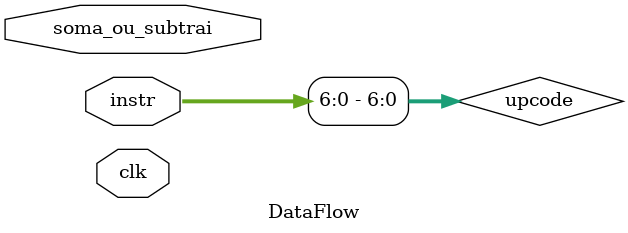
<source format=v>
module DataFlow(clk, instr, soma_ou_subtrai);

parameter I = 0, J = 1, U = 2, B = 3, S = 4;
parameter nao = 0, soma = 1, subrtrai = 2;

input clk;


/* Banco Registradores */
wire [4:0] Ra, Rb, Rw;
wire WeR;
wire [63:0] dinR, douta, doutb;

/* Conversor */
wire [2:0] select_imm_conv;
wire [63:0] imm_conv;


/* ULA */
wire [63:0] imm_ula;
input [1:0] soma_ou_subtrai;
wire [63:0] doutULA;
wire usa_imm_ula;
wire flag_maior_igual_u, flag_menor, flag_igual;

/* instrucoes */
input [31:0] instr;
wire [2:0] funct3;
wire [6:0] funct7;
wire [6:0] upcode;
assign upcode = instr[6:0];


BancoRegistradores RF(.Ra(Ra), .Rb(Rb), .clk(clk), .We(WeR), .din(dinR),
                         .Rw(Rw), .douta(douta), .doutb(doutb));

Conversor conv(.instr(instr), .select_imm(select_imm_conv), .imm(imm_conv));

ULA ula(.dina(douta), .dinb(doutb), .imm(imm_ula), .soma_ou_subtrai(soma_ou_subtrai),
            .usa_imm(usa_imm_ula), .dout(doutULA), .flag_maior_igual_u(flag_maior_igual_u),
            .flag_igual(flag_igual), .flag_menor(flag_menor));
endmodule
</source>
